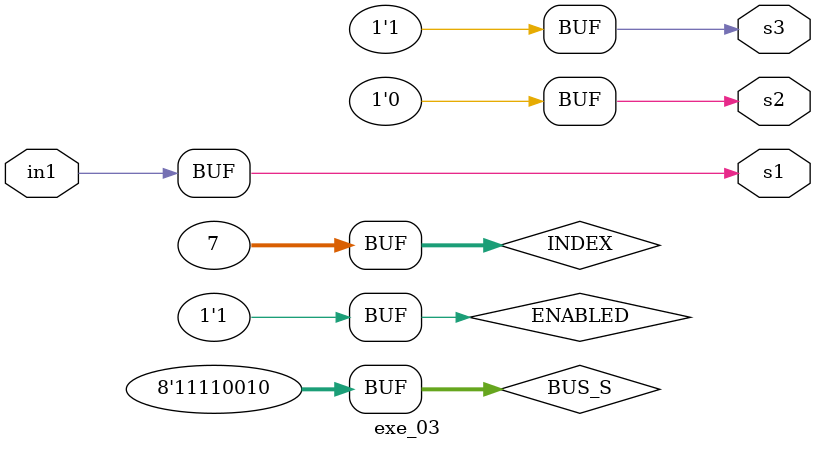
<source format=sv>
/**
*Codigo teste de modulo Aula2
*
*Autor: Víctor Vinicius Welter
*
*Data: Agosto de 2022
*
*Especificacao:
● Crie um projeto exe_3 com sinal de entrada in1 e 3 sinais de saída out{1, 2, 3}, todos de 1
bit.
● Crie 3 constantes como sinais intermediários (após a definição de module();):
    ○ ENABLED do tipo logic que tem valor 1
    ○ BUS_S de 8 bits que armazena o valor decimal 242 (lembrar boas práticas: codificar em hexa)
    ○ INDEX do tipo int que possui valor 7
● Comportamento
    ○ out1 recebe in1 & ENABLED
    ○ out2 recebe o 5º bit MAIS SIGNIFICATIVO de BUS_S (dica: não é o bit 5)
    ○ out3 recebe o bit que está na posição INDEX de BUS_S
*/

module exe_03 (
    input logic in1,

    output logic s1,
    output logic s2,
    output logic s3
);

    const logic ENABLED = 1;
    const logic [7:0] BUS_S = 8'hF2;
    const int INDEX = 7;

    assign s1 = in1 & ENABLED;
    assign s2 = BUS_S[3];
    assign s3 = BUS_S[INDEX];
    
endmodule
</source>
